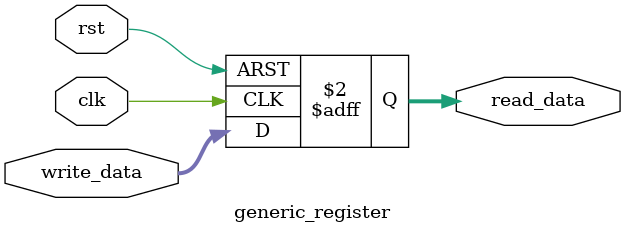
<source format=v>
module generic_register #(
   parameter N = 16
) (
    clk, rst, write_data, read_data
);

input clk,rst;
input [N-1:0] write_data;
output reg [N-1:0] read_data;

reg [N-1:0] data;

always @(posedge clk,posedge rst) begin

  if(rst)
  read_data = 0;
  else 
    read_data = write_data;
end    
    

endmodule
</source>
